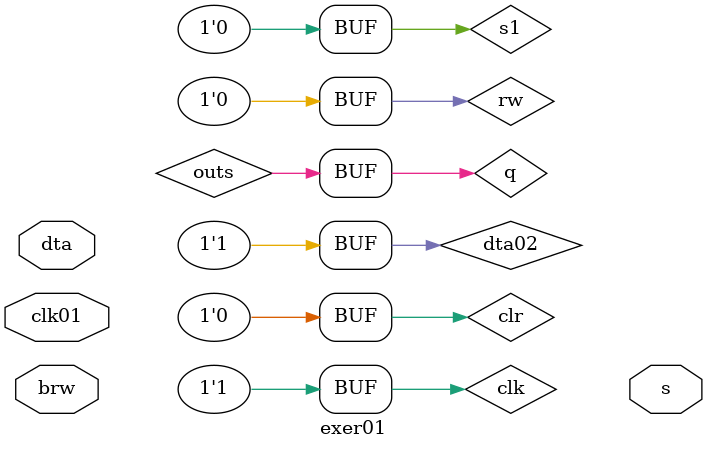
<source format=v>


module jkff ( output q, output qnot, input j, input k, input jclk ); 
	reg q, qnot; 
	always @( posedge jclk ) 
	begin 
		if ( j & ~k ) 
		begin 
		q <= 1; qnot <= 0; 
	end 
	else 
	if ( ~j & k ) 
		begin 
		q <= 0; qnot <= 1; 
		end 
	else 
		if ( j & k ) 
		begin 
		q <= ~q; qnot <= ~qnot; 
		end 
	end 
endmodule // jkff 
//--Fim FlipFlop


module exer01(input dta,input brw,input clk01, output s);
reg dta02,rw,clk,a,b,c,clr;
wire s1,outs;

and and01(s1,dta02,rw,clk);

jkff J01(q,qnot,s1,a,jclk);
jkff J02(q,qnot,s1,a,jclk);
jkff J03(q,qnot,s1,b,jclk);
jkff J04(q,qnot,s1,c,jclk);

and and02(outs,q,dta02);

initial begin 
$display ( "Exercicio10 - Lorena Danielle Gonçalves Bento - 435049" );
$monitor($time, dta02,clk);

dta02 = 0; 
clk = 0; 
rw = 0;
clr = 0; 

$monitor( "%4d %4b", $time, outs ); 

#1 clk = 0; dta02 = 0; rw = 0; 
#1 clk = 1; dta02 = 1; rw = 0;
#1 clk = 0; dta02 = 1; rw = 0;
#1 clk = 1; dta02 = 0; rw = 0;
#1 clk = 1; dta02 = 0; rw = 0;
#1 clk = 1; dta02 = 1; rw = 0;


end 

endmodule


</source>
